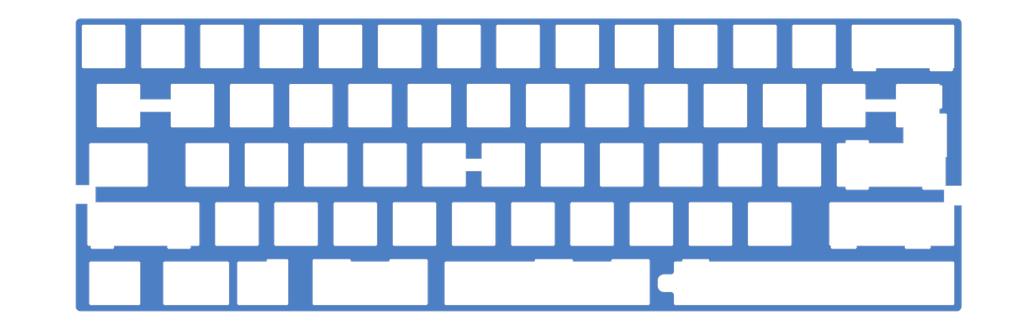
<source format=kicad_pcb>
(kicad_pcb (version 20171130) (host pcbnew "(5.1.10)-1")
  (layers (0 F.Cu signal) (31 B.Cu signal) (34 B.Paste user) (35 F.Paste user) (36 B.SilkS user) (37 F.SilkS user) (38 B.Mask user hide) (39 F.Mask user hide) (44 Edge.Cuts user))
  (net 0 "")
  (module MX_Only_v4:sanpjxlogo (layer F.Cu) (at 31.849299 79.176762)
    (fp_text reference G*** hide)
    (fp_text value LOGO hide)
  )
  (gr_arc (start 71.7917 65.761726) (end 71.2917 65.761726) (angle -90) (layer Edge.Cuts) (width 0.000001))
  (gr_arc (start 84.7917 65.761726) (end 84.7917 66.261726) (angle -90) (layer Edge.Cuts) (width 0.000001))
  (gr_arc (start 71.7917 52.761726) (end 71.7917 52.261726) (angle -90) (layer Edge.Cuts) (width 0.000001))
  (gr_line (start 71.2917 65.761726) (end 71.2917 52.761726) (layer Edge.Cuts) (width 0.000001))
  (gr_line (start 84.7917 66.261726) (end 71.7917 66.261726) (layer Edge.Cuts) (width 0.000001))
  (gr_line (start 85.2917 52.761726) (end 85.2917 65.761726) (layer Edge.Cuts) (width 0.000001))
  (gr_arc (start 84.7917 52.761726) (end 85.2917 52.761726) (angle -90) (layer Edge.Cuts) (width 0.000001))
  (gr_line (start 71.7917 52.261726) (end 84.7917 52.261726) (layer Edge.Cuts) (width 0.000001))
  (gr_line (start 25.260508 85.311734) (end 8.997908 85.311995) (layer Edge.Cuts) (width 0))
  (gr_arc (start 25.2605 84.811734) (end 25.260508 85.311734) (angle -89.99908327) (layer Edge.Cuts) (width 0))
  (gr_line (start 25.760501 71.811735) (end 25.760501 84.811734) (layer Edge.Cuts) (width 0))
  (gr_arc (start 25.2605 71.811735) (end 25.760501 71.811735) (angle -90.00091673) (layer Edge.Cuts) (width 0))
  (gr_line (start 7.497892 71.312018) (end 25.260492 71.311735) (layer Edge.Cuts) (width 0))
  (gr_arc (start 7.4979 71.812019) (end 7.497892 71.312018) (angle -89.99896868) (layer Edge.Cuts) (width 0))
  (gr_line (start 6.9979 84.812018) (end 6.9979 71.812018) (layer Edge.Cuts) (width 0))
  (gr_line (start 2.6167 84.812018) (end 6.9979 84.812018) (layer Edge.Cuts) (width 0))
  (gr_line (start 2.6167 32.711726) (end 2.6167 84.812018) (layer Edge.Cuts) (width 0))
  (gr_arc (start 4.1167 32.711726) (end 4.116701 31.211726) (angle -90) (layer Edge.Cuts) (width 0))
  (gr_line (start 286.154729 31.211726) (end 4.116701 31.211726) (layer Edge.Cuts) (width 0))
  (gr_arc (start 286.154729 32.711726) (end 287.654729 32.711726) (angle -90) (layer Edge.Cuts) (width 0))
  (gr_line (start 287.654729 85.012426) (end 287.654729 32.711726) (layer Edge.Cuts) (width 0))
  (gr_line (start 282.510699 85.012426) (end 287.654729 85.012426) (layer Edge.Cuts) (width 0))
  (gr_line (start 282.510699 75.787726) (end 282.510699 85.012426) (layer Edge.Cuts) (width 0))
  (gr_line (start 282.936699 75.787726) (end 282.510699 75.787726) (layer Edge.Cuts) (width 0))
  (gr_line (start 282.936699 62.287726) (end 282.936699 75.787726) (layer Edge.Cuts) (width 0))
  (gr_arc (start 282.436699 62.287726) (end 282.936699 62.287726) (angle -90) (layer Edge.Cuts) (width 0))
  (gr_line (start 280.553699 61.787726) (end 282.436699 61.787726) (layer Edge.Cuts) (width 0))
  (gr_line (start 280.553699 60.212326) (end 280.553699 61.787726) (layer Edge.Cuts) (width 0))
  (gr_line (start 280.966699 60.212326) (end 280.553699 60.212326) (layer Edge.Cuts) (width 0))
  (gr_arc (start 280.966699 59.712326) (end 280.966699 60.212326) (angle -90) (layer Edge.Cuts) (width 0))
  (gr_line (start 281.466699 53.187326) (end 281.466699 59.712326) (layer Edge.Cuts) (width 0))
  (gr_arc (start 280.966699 53.187326) (end 281.466699 53.187326) (angle -90) (layer Edge.Cuts) (width 0))
  (gr_line (start 280.553699 52.687326) (end 280.966699 52.687326) (layer Edge.Cuts) (width 0))
  (gr_line (start 280.553699 52.261726) (end 280.553699 52.687326) (layer Edge.Cuts) (width 0))
  (gr_line (start 267.053699 52.261726) (end 280.553699 52.261726) (layer Edge.Cuts) (width 0))
  (gr_arc (start 267.053699 52.761726) (end 267.053699 52.261726) (angle -90) (layer Edge.Cuts) (width 0))
  (gr_line (start 266.553699 57.261426) (end 266.553699 52.761726) (layer Edge.Cuts) (width 0))
  (gr_line (start 256.741699 57.261426) (end 266.553699 57.261426) (layer Edge.Cuts) (width 0))
  (gr_line (start 256.741699 52.761726) (end 256.741699 57.261426) (layer Edge.Cuts) (width 0))
  (gr_arc (start 256.241699 52.761726) (end 256.741699 52.761726) (angle -90) (layer Edge.Cuts) (width 0))
  (gr_line (start 243.241698 52.261726) (end 256.241699 52.261726) (layer Edge.Cuts) (width 0))
  (gr_arc (start 243.241698 52.761726) (end 243.241698 52.261726) (angle -90) (layer Edge.Cuts) (width 0))
  (gr_line (start 242.741697 65.761726) (end 242.741699 52.761726) (layer Edge.Cuts) (width 0))
  (gr_arc (start 243.241697 65.761726) (end 242.741697 65.761726) (angle -90) (layer Edge.Cuts) (width 0))
  (gr_line (start 256.241699 66.261726) (end 243.241697 66.261726) (layer Edge.Cuts) (width 0))
  (gr_arc (start 256.241699 65.761726) (end 256.241699 66.261726) (angle -90) (layer Edge.Cuts) (width 0))
  (gr_line (start 256.741699 61.261426) (end 256.741699 65.761726) (layer Edge.Cuts) (width 0))
  (gr_line (start 266.553699 61.261426) (end 256.741699 61.261426) (layer Edge.Cuts) (width 0))
  (gr_line (start 266.553699 65.761726) (end 266.553699 61.261426) (layer Edge.Cuts) (width 0))
  (gr_arc (start 267.053699 65.761726) (end 266.553699 65.761726) (angle -90) (layer Edge.Cuts) (width 0))
  (gr_line (start 268.936699 66.261726) (end 267.053699 66.261726) (layer Edge.Cuts) (width 0))
  (gr_line (start 268.936699 71.311727) (end 268.936699 66.261726) (layer Edge.Cuts) (width 0))
  (gr_line (start 257.835699 71.312244) (end 268.936699 71.311727) (layer Edge.Cuts) (width 0))
  (gr_line (start 257.835699 70.843726) (end 257.835699 71.312244) (layer Edge.Cuts) (width 0))
  (gr_arc (start 257.335699 70.843726) (end 257.835699 70.843726) (angle -90) (layer Edge.Cuts) (width 0))
  (gr_line (start 250.810699 70.343726) (end 257.335699 70.343726) (layer Edge.Cuts) (width 0))
  (gr_arc (start 250.810699 70.843727) (end 250.810699 70.343726) (angle -90) (layer Edge.Cuts) (width 0))
  (gr_line (start 250.310699 71.312595) (end 250.310698 70.843727) (layer Edge.Cuts) (width 0))
  (gr_line (start 248.005676 71.312703) (end 250.310699 71.312595) (layer Edge.Cuts) (width 0))
  (gr_arc (start 248.005698 71.812703) (end 248.005676 71.312703) (angle -89.9973265) (layer Edge.Cuts) (width 0))
  (gr_line (start 247.505699 84.812726) (end 247.505697 71.812702) (layer Edge.Cuts) (width 0))
  (gr_arc (start 248.005699 84.812726) (end 247.505699 84.812726) (angle -90) (layer Edge.Cuts) (width 0))
  (gr_line (start 250.310699 85.312726) (end 248.005699 85.312726) (layer Edge.Cuts) (width 0))
  (gr_line (start 250.310699 85.781726) (end 250.310699 85.312726) (layer Edge.Cuts) (width 0))
  (gr_arc (start 250.810699 85.781726) (end 250.310699 85.781726) (angle -90) (layer Edge.Cuts) (width 0))
  (gr_line (start 257.335699 86.281726) (end 250.810699 86.281726) (layer Edge.Cuts) (width 0))
  (gr_arc (start 257.335699 85.781726) (end 257.335699 86.281726) (angle -90) (layer Edge.Cuts) (width 0))
  (gr_line (start 257.835699 85.312726) (end 257.835699 85.781726) (layer Edge.Cuts) (width 0))
  (gr_line (start 274.985699 85.312726) (end 257.835699 85.312726) (layer Edge.Cuts) (width 0))
  (gr_line (start 274.985699 85.781726) (end 274.985699 85.312726) (layer Edge.Cuts) (width 0))
  (gr_arc (start 275.485699 85.781726) (end 274.985699 85.781726) (angle -90) (layer Edge.Cuts) (width 0))
  (gr_line (start 282.010699 86.281726) (end 275.485699 86.281726) (layer Edge.Cuts) (width 0))
  (gr_line (start 282.010699 90.361726) (end 282.010699 86.281726) (layer Edge.Cuts) (width 0))
  (gr_line (start 245.622698 90.361726) (end 282.010699 90.361726) (layer Edge.Cuts) (width 0))
  (gr_arc (start 245.622698 90.861726) (end 245.622698 90.361726) (angle -90) (layer Edge.Cuts) (width 0))
  (gr_line (start 245.122698 103.861726) (end 245.122699 90.861726) (layer Edge.Cuts) (width 0))
  (gr_arc (start 245.622698 103.861726) (end 245.122698 103.861726) (angle -88.40169757) (layer Edge.Cuts) (width 0))
  (gr_line (start 245.603948 104.826558) (end 245.608752 104.361531) (layer Edge.Cuts) (width 0))
  (gr_arc (start 246.103922 104.831725) (end 245.603948 104.826559) (angle -90.5919909) (layer Edge.Cuts) (width 0))
  (gr_line (start 253.397729 105.331725) (end 246.103922 105.331724) (layer Edge.Cuts) (width 0))
  (gr_arc (start 253.397729 104.831725) (end 253.397729 105.331725) (angle -90) (layer Edge.Cuts) (width 0))
  (gr_line (start 253.897729 104.361725) (end 253.897729 104.831725) (layer Edge.Cuts) (width 0))
  (gr_line (start 258.622699 104.361725) (end 253.897729 104.361725) (layer Edge.Cuts) (width 0))
  (gr_line (start 269.39873 104.361725) (end 258.622699 104.361725) (layer Edge.Cuts) (width 0))
  (gr_line (start 269.39873 104.831724) (end 269.39873 104.361725) (layer Edge.Cuts) (width 0))
  (gr_arc (start 269.89873 104.831725) (end 269.39873 104.831724) (angle -90.00011459) (layer Edge.Cuts) (width 0))
  (gr_line (start 277.197729 105.331725) (end 269.89873 105.331724) (layer Edge.Cuts) (width 0))
  (gr_arc (start 277.197729 104.831724) (end 277.197729 105.331725) (angle -90) (layer Edge.Cuts) (width 0))
  (gr_line (start 277.697729 104.361725) (end 277.697729 104.831724) (layer Edge.Cuts) (width 0))
  (gr_line (start 284.816699 104.361725) (end 277.697729 104.361725) (layer Edge.Cuts) (width 0))
  (gr_arc (start 284.816699 103.861726) (end 284.816699 104.361725) (angle -90) (layer Edge.Cuts) (width 0))
  (gr_line (start 285.316698 91.361426) (end 285.316698 103.861726) (layer Edge.Cuts) (width 0))
  (gr_line (start 287.654729 91.361426) (end 285.316698 91.361426) (layer Edge.Cuts) (width 0))
  (gr_line (start 287.654728 123.911725) (end 287.654729 91.361426) (layer Edge.Cuts) (width 0))
  (gr_arc (start 286.154729 123.911725) (end 286.154729 125.411725) (angle -90) (layer Edge.Cuts) (width 0))
  (gr_line (start 4.1167 125.411725) (end 286.154729 125.411725) (layer Edge.Cuts) (width 0))
  (gr_arc (start 4.1167 123.911725) (end 2.6167 123.911725) (angle -90) (layer Edge.Cuts) (width 0))
  (gr_line (start 2.6167 90.861726) (end 2.6167 123.911725) (layer Edge.Cuts) (width 0))
  (gr_line (start 6.3787 90.861726) (end 2.6167 90.861726) (layer Edge.Cuts) (width 0))
  (gr_line (start 6.378701 103.861727) (end 6.3787 90.861726) (layer Edge.Cuts) (width 0))
  (gr_arc (start 6.8787 103.861726) (end 6.378701 103.861726) (angle -89.99988541) (layer Edge.Cuts) (width 0))
  (gr_line (start 7.4227 104.361725) (end 6.8787 104.361726) (layer Edge.Cuts) (width 0))
  (gr_line (start 7.4227 104.831725) (end 7.4227 104.361725) (layer Edge.Cuts) (width 0))
  (gr_arc (start 7.9227 104.831725) (end 7.4227 104.831725) (angle -90) (layer Edge.Cuts) (width 0))
  (gr_line (start 14.4477 105.331725) (end 7.9227 105.331725) (layer Edge.Cuts) (width 0))
  (gr_arc (start 14.4477 104.831725) (end 14.4477 105.331725) (angle -90) (layer Edge.Cuts) (width 0))
  (gr_line (start 14.9477 104.361725) (end 14.9477 104.831725) (layer Edge.Cuts) (width 0))
  (gr_line (start 32.0977 104.361725) (end 14.9477 104.361725) (layer Edge.Cuts) (width 0))
  (gr_line (start 32.0977 104.831725) (end 32.0977 104.361725) (layer Edge.Cuts) (width 0))
  (gr_arc (start 32.5977 104.831725) (end 32.0977 104.831725) (angle -90) (layer Edge.Cuts) (width 0))
  (gr_line (start 39.1227 105.331725) (end 32.5977 105.331725) (layer Edge.Cuts) (width 0))
  (gr_arc (start 39.1227 104.831725) (end 39.1227 105.331725) (angle -90) (layer Edge.Cuts) (width 0))
  (gr_line (start 39.6227 104.361725) (end 39.6227 104.831725) (layer Edge.Cuts) (width 0))
  (gr_line (start 41.9287 104.361724) (end 39.6227 104.361725) (layer Edge.Cuts) (width 0))
  (gr_arc (start 41.9287 103.861726) (end 41.9287 104.361724) (angle -90) (layer Edge.Cuts) (width 0))
  (gr_line (start 42.4287 90.861727) (end 42.428698 103.861726) (layer Edge.Cuts) (width 0))
  (gr_arc (start 41.9287 90.861726) (end 42.4287 90.861726) (angle -90) (layer Edge.Cuts) (width 0))
  (gr_line (start 8.997908 90.361726) (end 41.9287 90.361726) (layer Edge.Cuts) (width 0))
  (gr_line (start 8.997908 85.311995) (end 8.997908 90.361726) (layer Edge.Cuts) (width 0))
  (gr_line (start 52.2417 65.761726) (end 52.2417 52.761726) (layer Edge.Cuts) (width 0))
  (gr_arc (start 52.7417 65.761726) (end 52.2417 65.761726) (angle -90) (layer Edge.Cuts) (width 0))
  (gr_line (start 65.7417 66.261726) (end 52.7417 66.261726) (layer Edge.Cuts) (width 0))
  (gr_arc (start 65.7417 65.761726) (end 65.7417 66.261726) (angle -90) (layer Edge.Cuts) (width 0))
  (gr_line (start 66.2417 52.761726) (end 66.2417 65.761726) (layer Edge.Cuts) (width 0))
  (gr_arc (start 65.7417 52.761726) (end 66.2417 52.761726) (angle -90) (layer Edge.Cuts) (width 0))
  (gr_line (start 52.7417 52.261726) (end 65.7417 52.261726) (layer Edge.Cuts) (width 0))
  (gr_arc (start 52.7417 52.761726) (end 52.7417 52.261726) (angle -90) (layer Edge.Cuts) (width 0))
  (gr_arc (start 57.5047 84.811726) (end 57.0047 84.811726) (angle -90) (layer Edge.Cuts) (width 0))
  (gr_line (start 57.0047 71.811727) (end 57.0047 84.811726) (layer Edge.Cuts) (width 0))
  (gr_arc (start 57.5047 71.811728) (end 57.5047 71.311727) (angle -90) (layer Edge.Cuts) (width 0))
  (gr_line (start 70.5047 71.311727) (end 57.5047 71.311727) (layer Edge.Cuts) (width 0))
  (gr_arc (start 70.5047 71.811727) (end 71.0047 71.811727) (angle -90) (layer Edge.Cuts) (width 0))
  (gr_line (start 71.0047 84.811726) (end 71.0047 71.811727) (layer Edge.Cuts) (width 0))
  (gr_arc (start 70.5047 84.811726) (end 70.5047 85.311726) (angle -90) (layer Edge.Cuts) (width 0))
  (gr_line (start 57.5047 85.311726) (end 70.5047 85.311726) (layer Edge.Cuts) (width 0))
  (gr_line (start 95.604701 71.311727) (end 108.6047 71.311727) (layer Edge.Cuts) (width 0))
  (gr_arc (start 95.604701 71.811727) (end 95.604701 71.311727) (angle -90) (layer Edge.Cuts) (width 0))
  (gr_line (start 95.1047 84.811726) (end 95.104701 71.811727) (layer Edge.Cuts) (width 0))
  (gr_arc (start 95.604701 84.811726) (end 95.1047 84.811726) (angle -90) (layer Edge.Cuts) (width 0))
  (gr_line (start 108.6047 85.311726) (end 95.604701 85.311727) (layer Edge.Cuts) (width 0))
  (gr_arc (start 108.6047 84.811726) (end 108.6047 85.311726) (angle -90) (layer Edge.Cuts) (width 0))
  (gr_line (start 109.1047 71.811727) (end 109.1047 84.811726) (layer Edge.Cuts) (width 0))
  (gr_arc (start 108.6047 71.811727) (end 109.1047 71.811727) (angle -90) (layer Edge.Cuts) (width 0))
  (gr_line (start 90.0547 71.811727) (end 90.0547 84.811726) (layer Edge.Cuts) (width 0))
  (gr_arc (start 89.5547 71.811727) (end 90.0547 71.811727) (angle -90) (layer Edge.Cuts) (width 0))
  (gr_line (start 76.5547 71.311727) (end 89.5547 71.311727) (layer Edge.Cuts) (width 0))
  (gr_arc (start 76.5547 71.811727) (end 76.5547 71.311727) (angle -90) (layer Edge.Cuts) (width 0))
  (gr_line (start 76.0547 84.811726) (end 76.0547 71.811727) (layer Edge.Cuts) (width 0))
  (gr_arc (start 76.5547 84.811726) (end 76.0547 84.811726) (angle -90) (layer Edge.Cuts) (width 0))
  (gr_line (start 89.5547 85.311726) (end 76.5547 85.311726) (layer Edge.Cuts) (width 0))
  (gr_arc (start 89.5547 84.811726) (end 89.5547 85.311726) (angle -90) (layer Edge.Cuts) (width 0))
  (gr_line (start 104.3417 52.761726) (end 104.3417 65.761726) (layer Edge.Cuts) (width 0))
  (gr_arc (start 103.8417 52.761726) (end 104.3417 52.761726) (angle -90) (layer Edge.Cuts) (width 0))
  (gr_line (start 90.8417 52.261726) (end 103.8417 52.261726) (layer Edge.Cuts) (width 0))
  (gr_arc (start 90.8417 52.761726) (end 90.8417 52.261726) (angle -90) (layer Edge.Cuts) (width 0))
  (gr_line (start 90.3417 65.761726) (end 90.3417 52.761726) (layer Edge.Cuts) (width 0))
  (gr_arc (start 90.8417 65.761726) (end 90.3417 65.761726) (angle -90) (layer Edge.Cuts) (width 0))
  (gr_line (start 103.8417 66.261726) (end 90.8417 66.261726) (layer Edge.Cuts) (width 0))
  (gr_arc (start 103.8417 65.761726) (end 103.8417 66.261726) (angle -90) (layer Edge.Cuts) (width 0))
  (gr_line (start 123.3917 52.761726) (end 123.3917 65.761726) (layer Edge.Cuts) (width 0))
  (gr_arc (start 122.891701 52.761726) (end 123.3917 52.761726) (angle -90.00011459) (layer Edge.Cuts) (width 0))
  (gr_line (start 109.8917 52.261726) (end 122.8917 52.261727) (layer Edge.Cuts) (width 0))
  (gr_arc (start 109.8917 52.761726) (end 109.8917 52.261726) (angle -90) (layer Edge.Cuts) (width 0))
  (gr_line (start 109.3917 65.761726) (end 109.3917 52.761726) (layer Edge.Cuts) (width 0))
  (gr_arc (start 109.8917 65.761726) (end 109.3917 65.761726) (angle -90) (layer Edge.Cuts) (width 0))
  (gr_line (start 122.8917 66.261726) (end 109.8917 66.261726) (layer Edge.Cuts) (width 0))
  (gr_arc (start 122.8917 65.761726) (end 122.8917 66.261726) (angle -90) (layer Edge.Cuts) (width 0))
  (gr_arc (start 127.6547 71.811727) (end 128.154701 71.811727) (angle -90) (layer Edge.Cuts) (width 0))
  (gr_line (start 114.6547 71.311727) (end 127.6547 71.311727) (layer Edge.Cuts) (width 0))
  (gr_arc (start 114.6547 71.811727) (end 114.6547 71.311727) (angle -90) (layer Edge.Cuts) (width 0))
  (gr_line (start 114.1547 84.811726) (end 114.1547 71.811727) (layer Edge.Cuts) (width 0))
  (gr_arc (start 114.6547 84.811726) (end 114.1547 84.811726) (angle -90) (layer Edge.Cuts) (width 0))
  (gr_line (start 127.6547 85.311726) (end 114.6547 85.311726) (layer Edge.Cuts) (width 0))
  (gr_arc (start 127.6547 84.811726) (end 127.6547 85.311726) (angle -90) (layer Edge.Cuts) (width 0))
  (gr_line (start 128.1547 80.311726) (end 128.1547 84.811726) (layer Edge.Cuts) (width 0))
  (gr_line (start 133.204699 80.311726) (end 128.1547 80.311726) (layer Edge.Cuts) (width 0))
  (gr_line (start 133.204699 84.811726) (end 133.204699 80.311726) (layer Edge.Cuts) (width 0))
  (gr_arc (start 133.704699 84.811726) (end 133.204699 84.811726) (angle -90) (layer Edge.Cuts) (width 0))
  (gr_line (start 146.704699 85.311726) (end 133.704699 85.311726) (layer Edge.Cuts) (width 0))
  (gr_arc (start 146.704699 84.811726) (end 146.704699 85.311726) (angle -90) (layer Edge.Cuts) (width 0))
  (gr_line (start 147.204699 71.811727) (end 147.204699 84.811726) (layer Edge.Cuts) (width 0))
  (gr_arc (start 146.704699 71.811727) (end 147.204699 71.811727) (angle -90) (layer Edge.Cuts) (width 0))
  (gr_line (start 133.704699 71.311727) (end 146.704699 71.311727) (layer Edge.Cuts) (width 0))
  (gr_arc (start 133.704699 71.811727) (end 133.704699 71.311727) (angle -90) (layer Edge.Cuts) (width 0))
  (gr_line (start 133.204699 76.311726) (end 133.204699 71.811727) (layer Edge.Cuts) (width 0))
  (gr_line (start 128.1547 76.311726) (end 133.204699 76.311726) (layer Edge.Cuts) (width 0))
  (gr_line (start 128.154701 71.811727) (end 128.1547 76.311726) (layer Edge.Cuts) (width 0))
  (gr_line (start 103.5357 109.411725) (end 103.5357 109.149725) (layer Edge.Cuts) (width 0))
  (gr_line (start 91.1477 109.411725) (end 103.5357 109.411725) (layer Edge.Cuts) (width 0))
  (gr_line (start 91.1477 109.149725) (end 91.1477 109.411725) (layer Edge.Cuts) (width 0))
  (gr_arc (start 90.6477 109.149724) (end 91.1477 109.149725) (angle -90) (layer Edge.Cuts) (width 0))
  (gr_line (start 79.3357 108.649725) (end 90.647701 108.649724) (layer Edge.Cuts) (width 0))
  (gr_arc (start 79.3357 109.149725) (end 79.3357 108.649725) (angle -90) (layer Edge.Cuts) (width 0))
  (gr_line (start 78.8357 122.911725) (end 78.8357 109.149725) (layer Edge.Cuts) (width 0))
  (gr_arc (start 79.3357 122.911725) (end 78.8357 122.911725) (angle -90) (layer Edge.Cuts) (width 0))
  (gr_line (start 115.347699 123.411725) (end 79.3357 123.411725) (layer Edge.Cuts) (width 0))
  (gr_arc (start 115.347699 122.911725) (end 115.347699 123.411725) (angle -90) (layer Edge.Cuts) (width 0))
  (gr_line (start 115.8477 109.149725) (end 115.847699 122.911725) (layer Edge.Cuts) (width 0))
  (gr_arc (start 115.347699 109.149725) (end 115.8477 109.149725) (angle -90) (layer Edge.Cuts) (width 0))
  (gr_line (start 104.0357 108.649725) (end 115.3477 108.649725) (layer Edge.Cuts) (width 0))
  (gr_arc (start 104.0357 109.149725) (end 104.0357 108.649725) (angle -90) (layer Edge.Cuts) (width 0))
  (gr_line (start 118.1287 104.361725) (end 105.1287 104.361725) (layer Edge.Cuts) (width 0))
  (gr_arc (start 118.1287 103.861726) (end 118.1287 104.361725) (angle -90) (layer Edge.Cuts) (width 0))
  (gr_line (start 118.6287 90.861726) (end 118.628699 103.861726) (layer Edge.Cuts) (width 0))
  (gr_arc (start 118.1287 90.861726) (end 118.6287 90.861726) (angle -90) (layer Edge.Cuts) (width 0))
  (gr_line (start 105.1287 90.361726) (end 118.1287 90.361726) (layer Edge.Cuts) (width 0))
  (gr_arc (start 105.1287 90.861726) (end 105.1287 90.361726) (angle -90) (layer Edge.Cuts) (width 0))
  (gr_line (start 104.628701 103.861726) (end 104.6287 90.861726) (layer Edge.Cuts) (width 0))
  (gr_arc (start 105.1287 103.861726) (end 104.628701 103.861726) (angle -90) (layer Edge.Cuts) (width 0))
  (gr_line (start 66.5287 103.861726) (end 66.5287 90.861726) (layer Edge.Cuts) (width 0))
  (gr_arc (start 67.0287 103.861726) (end 66.5287 103.861726) (angle -90) (layer Edge.Cuts) (width 0))
  (gr_line (start 80.0287 104.361725) (end 67.0287 104.361725) (layer Edge.Cuts) (width 0))
  (gr_arc (start 80.0287 103.861726) (end 80.0287 104.361725) (angle -90) (layer Edge.Cuts) (width 0))
  (gr_line (start 80.5287 90.861726) (end 80.5287 103.861726) (layer Edge.Cuts) (width 0))
  (gr_arc (start 80.0287 90.861726) (end 80.5287 90.861726) (angle -90) (layer Edge.Cuts) (width 0))
  (gr_line (start 67.0287 90.361726) (end 80.0287 90.361726) (layer Edge.Cuts) (width 0))
  (gr_arc (start 67.0287 90.861726) (end 67.0287 90.361726) (angle -90) (layer Edge.Cuts) (width 0))
  (gr_line (start 85.5787 103.861726) (end 85.5787 90.861726) (layer Edge.Cuts) (width 0))
  (gr_arc (start 86.0787 103.861726) (end 85.5787 103.861726) (angle -90) (layer Edge.Cuts) (width 0))
  (gr_line (start 99.0787 104.361725) (end 86.0787 104.361725) (layer Edge.Cuts) (width 0))
  (gr_arc (start 99.0787 103.861726) (end 99.0787 104.361725) (angle -90) (layer Edge.Cuts) (width 0))
  (gr_line (start 99.5787 90.861726) (end 99.5787 103.861726) (layer Edge.Cuts) (width 0))
  (gr_arc (start 99.0787 90.861726) (end 99.5787 90.861726) (angle -90) (layer Edge.Cuts) (width 0))
  (gr_line (start 86.0787 90.361726) (end 99.0787 90.361726) (layer Edge.Cuts) (width 0))
  (gr_arc (start 86.0787 90.861726) (end 86.0787 90.361726) (angle -90) (layer Edge.Cuts) (width 0))
  (gr_line (start 186.784699 123.411725) (end 121.7977 123.411725) (layer Edge.Cuts) (width 0))
  (gr_arc (start 186.784699 122.911725) (end 186.784699 123.411724) (angle -90) (layer Edge.Cuts) (width 0))
  (gr_line (start 187.284699 109.149725) (end 187.284699 122.911725) (layer Edge.Cuts) (width 0))
  (gr_arc (start 186.784699 109.149724) (end 187.284699 109.149724) (angle -90.00011459) (layer Edge.Cuts) (width 0))
  (gr_line (start 175.472699 108.649725) (end 186.784699 108.649724) (layer Edge.Cuts) (width 0))
  (gr_arc (start 175.472699 109.149725) (end 175.472699 108.649725) (angle -90) (layer Edge.Cuts) (width 0))
  (gr_line (start 174.972699 109.411725) (end 174.972699 109.149725) (layer Edge.Cuts) (width 0))
  (gr_line (start 162.584699 109.411725) (end 174.972699 109.411725) (layer Edge.Cuts) (width 0))
  (gr_line (start 162.584699 109.149725) (end 162.584699 109.411725) (layer Edge.Cuts) (width 0))
  (gr_arc (start 162.084699 109.149725) (end 162.584699 109.149725) (angle -90) (layer Edge.Cuts) (width 0))
  (gr_line (start 150.772699 108.649725) (end 162.084699 108.649725) (layer Edge.Cuts) (width 0))
  (gr_arc (start 150.772699 109.149724) (end 150.772699 108.649725) (angle -90.00011459) (layer Edge.Cuts) (width 0))
  (gr_line (start 150.272699 109.411725) (end 150.272699 109.149724) (layer Edge.Cuts) (width 0))
  (gr_line (start 121.7977 109.411725) (end 150.272699 109.411725) (layer Edge.Cuts) (width 0))
  (gr_arc (start 121.7977 109.911725) (end 121.7977 109.411725) (angle -90) (layer Edge.Cuts) (width 0))
  (gr_line (start 121.2977 122.911725) (end 121.2977 109.911725) (layer Edge.Cuts) (width 0))
  (gr_arc (start 121.7977 122.911725) (end 121.297699 122.911725) (angle -90) (layer Edge.Cuts) (width 0))
  (gr_line (start 156.728699 90.861726) (end 156.728697 103.861727) (layer Edge.Cuts) (width 0))
  (gr_arc (start 156.228699 90.861727) (end 156.728699 90.861726) (angle -90) (layer Edge.Cuts) (width 0))
  (gr_line (start 143.228699 90.361726) (end 156.228699 90.361727) (layer Edge.Cuts) (width 0))
  (gr_arc (start 143.228699 90.861726) (end 143.228699 90.361726) (angle -90) (layer Edge.Cuts) (width 0))
  (gr_line (start 142.728699 103.861727) (end 142.728699 90.861726) (layer Edge.Cuts) (width 0))
  (gr_arc (start 143.228699 103.861726) (end 142.728699 103.861727) (angle -90) (layer Edge.Cuts) (width 0))
  (gr_line (start 156.228699 104.361725) (end 143.228699 104.361726) (layer Edge.Cuts) (width 0))
  (gr_arc (start 156.228699 103.861727) (end 156.228699 104.361725) (angle -90) (layer Edge.Cuts) (width 0))
  (gr_line (start 123.6787 103.861726) (end 123.678701 90.861726) (layer Edge.Cuts) (width 0))
  (gr_arc (start 124.178701 103.861726) (end 123.6787 103.861726) (angle -90) (layer Edge.Cuts) (width 0))
  (gr_line (start 137.178699 104.361725) (end 124.178701 104.361725) (layer Edge.Cuts) (width 0))
  (gr_arc (start 137.178699 103.861726) (end 137.178699 104.361725) (angle -90) (layer Edge.Cuts) (width 0))
  (gr_line (start 137.678698 90.861726) (end 137.678698 103.861726) (layer Edge.Cuts) (width 0))
  (gr_arc (start 137.178699 90.861726) (end 137.678698 90.861726) (angle -90) (layer Edge.Cuts) (width 0))
  (gr_line (start 124.178701 90.361726) (end 137.178699 90.361726) (layer Edge.Cuts) (width 0))
  (gr_arc (start 124.178701 90.861726) (end 124.178701 90.361726) (angle -90) (layer Edge.Cuts) (width 0))
  (gr_arc (start 175.278699 90.861726) (end 175.778699 90.861726) (angle -90) (layer Edge.Cuts) (width 0))
  (gr_line (start 175.778697 103.861727) (end 175.778699 90.861726) (layer Edge.Cuts) (width 0))
  (gr_arc (start 175.278699 103.861726) (end 175.278699 104.361725) (angle -90) (layer Edge.Cuts) (width 0))
  (gr_line (start 162.278698 104.361726) (end 175.278699 104.361725) (layer Edge.Cuts) (width 0))
  (gr_arc (start 162.278698 103.861726) (end 161.778698 103.861726) (angle -90) (layer Edge.Cuts) (width 0))
  (gr_line (start 161.778698 90.861726) (end 161.778698 103.861726) (layer Edge.Cuts) (width 0))
  (gr_arc (start 162.278698 90.861726) (end 162.278698 90.361726) (angle -90) (layer Edge.Cuts) (width 0))
  (gr_line (start 175.278699 90.361726) (end 162.278698 90.361726) (layer Edge.Cuts) (width 0))
  (gr_line (start 194.328699 104.361725) (end 181.328699 104.361726) (layer Edge.Cuts) (width 0))
  (gr_arc (start 194.328699 103.861726) (end 194.328699 104.361725) (angle -90) (layer Edge.Cuts) (width 0))
  (gr_line (start 194.828699 90.861726) (end 194.828698 103.861726) (layer Edge.Cuts) (width 0))
  (gr_arc (start 194.328699 90.861726) (end 194.828699 90.861726) (angle -90) (layer Edge.Cuts) (width 0))
  (gr_line (start 181.328699 90.361726) (end 194.328698 90.361727) (layer Edge.Cuts) (width 0))
  (gr_arc (start 181.328699 90.861726) (end 181.328699 90.361726) (angle -90) (layer Edge.Cuts) (width 0))
  (gr_line (start 180.828699 103.861726) (end 180.828699 90.861726) (layer Edge.Cuts) (width 0))
  (gr_arc (start 181.328699 103.861726) (end 180.828699 103.861726) (angle -90) (layer Edge.Cuts) (width 0))
  (gr_line (start 213.378699 104.361725) (end 200.378699 104.361726) (layer Edge.Cuts) (width 0))
  (gr_arc (start 213.378699 103.861726) (end 213.378699 104.361725) (angle -90) (layer Edge.Cuts) (width 0))
  (gr_line (start 213.878699 90.861726) (end 213.878697 103.861725) (layer Edge.Cuts) (width 0))
  (gr_arc (start 213.378699 90.861726) (end 213.878699 90.861726) (angle -90) (layer Edge.Cuts) (width 0))
  (gr_line (start 200.378699 90.361726) (end 213.378699 90.361726) (layer Edge.Cuts) (width 0))
  (gr_arc (start 200.378699 90.861726) (end 200.378699 90.361726) (angle -90) (layer Edge.Cuts) (width 0))
  (gr_line (start 199.878699 103.861726) (end 199.878699 90.861726) (layer Edge.Cuts) (width 0))
  (gr_arc (start 200.378699 103.861726) (end 199.878699 103.861726) (angle -90) (layer Edge.Cuts) (width 0))
  (gr_arc (start 194.115729 120.213679) (end 195.115729 120.213679) (angle -90) (layer Edge.Cuts) (width 0))
  (gr_line (start 195.115728 122.911375) (end 195.115729 120.213679) (layer Edge.Cuts) (width 0))
  (gr_arc (start 195.615729 122.911375) (end 195.115728 122.911375) (angle -70.25175954) (layer Edge.Cuts) (width 0))
  (gr_arc (start 195.616699 122.911724) (end 195.446784 123.381968) (angle -19.86639089) (layer Edge.Cuts) (width 0))
  (gr_line (start 284.816699 123.411725) (end 195.616699 123.411724) (layer Edge.Cuts) (width 0))
  (gr_arc (start 284.816699 122.911725) (end 284.816699 123.411724) (angle -90) (layer Edge.Cuts) (width 0))
  (gr_line (start 285.316699 109.911725) (end 285.316699 122.911725) (layer Edge.Cuts) (width 0))
  (gr_arc (start 284.816699 109.911725) (end 285.316699 109.911725) (angle -90) (layer Edge.Cuts) (width 0))
  (gr_line (start 206.489729 109.411725) (end 284.816699 109.411725) (layer Edge.Cuts) (width 0))
  (gr_line (start 206.489729 109.149725) (end 206.489729 109.411725) (layer Edge.Cuts) (width 0))
  (gr_arc (start 205.989729 109.149725) (end 206.489729 109.149725) (angle -90) (layer Edge.Cuts) (width 0))
  (gr_line (start 198.239729 108.649725) (end 205.989729 108.649725) (layer Edge.Cuts) (width 0))
  (gr_arc (start 198.239729 109.149725) (end 198.239729 108.649725) (angle -90) (layer Edge.Cuts) (width 0))
  (gr_line (start 197.739729 109.411725) (end 197.739729 109.149725) (layer Edge.Cuts) (width 0))
  (gr_line (start 195.616699 109.411725) (end 197.739729 109.411725) (layer Edge.Cuts) (width 0))
  (gr_arc (start 195.616699 109.911725) (end 195.616699 109.411725) (angle -6.006338903) (layer Edge.Cuts) (width 0))
  (gr_arc (start 195.615729 109.911825) (end 195.564379 109.414468) (angle -84.10537743) (layer Edge.Cuts) (width 0))
  (gr_line (start 195.115729 112.560104) (end 195.115729 109.911824) (layer Edge.Cuts) (width 0))
  (gr_arc (start 194.115729 112.560104) (end 194.115729 113.560104) (angle -90) (layer Edge.Cuts) (width 0))
  (gr_line (start 191.895752 113.560104) (end 194.115729 113.560104) (layer Edge.Cuts) (width 0))
  (gr_arc (start 191.895752 115.560104) (end 191.895752 113.560104) (angle -90) (layer Edge.Cuts) (width 0))
  (gr_line (start 189.895752 117.213679) (end 189.895752 115.560104) (layer Edge.Cuts) (width 0))
  (gr_arc (start 191.895752 117.213679) (end 189.895752 117.213679) (angle -90) (layer Edge.Cuts) (width 0))
  (gr_line (start 194.115729 119.213679) (end 191.895752 119.213679) (layer Edge.Cuts) (width 0))
  (gr_line (start 219.428699 90.361726) (end 232.428699 90.361726) (layer Edge.Cuts) (width 0))
  (gr_arc (start 219.428699 90.861726) (end 219.428699 90.361726) (angle -90) (layer Edge.Cuts) (width 0))
  (gr_line (start 218.928699 103.861726) (end 218.928699 90.861726) (layer Edge.Cuts) (width 0))
  (gr_arc (start 219.428699 103.861726) (end 218.928699 103.861726) (angle -90) (layer Edge.Cuts) (width 0))
  (gr_line (start 232.428699 104.361725) (end 219.428699 104.361725) (layer Edge.Cuts) (width 0))
  (gr_arc (start 232.428699 103.861726) (end 232.428699 104.361725) (angle -90) (layer Edge.Cuts) (width 0))
  (gr_line (start 232.928699 90.861726) (end 232.928698 103.861726) (layer Edge.Cuts) (width 0))
  (gr_arc (start 232.428699 90.861726) (end 232.928699 90.861726) (angle -90) (layer Edge.Cuts) (width 0))
  (gr_line (start 147.491699 65.761726) (end 147.491697 52.761726) (layer Edge.Cuts) (width 0))
  (gr_arc (start 147.991699 65.761726) (end 147.491699 65.761726) (angle -90) (layer Edge.Cuts) (width 0))
  (gr_line (start 160.991699 66.261726) (end 147.991699 66.261726) (layer Edge.Cuts) (width 0))
  (gr_arc (start 160.991699 65.761726) (end 160.991699 66.261726) (angle -90) (layer Edge.Cuts) (width 0))
  (gr_line (start 161.491699 52.761726) (end 161.491699 65.761726) (layer Edge.Cuts) (width 0))
  (gr_arc (start 160.991699 52.761726) (end 161.491699 52.761726) (angle -90) (layer Edge.Cuts) (width 0))
  (gr_line (start 147.991699 52.261726) (end 160.991699 52.261726) (layer Edge.Cuts) (width 0))
  (gr_arc (start 147.991698 52.761726) (end 147.991699 52.261726) (angle -90.00011459) (layer Edge.Cuts) (width 0))
  (gr_line (start 167.041699 52.261726) (end 180.041699 52.261726) (layer Edge.Cuts) (width 0))
  (gr_arc (start 167.041699 52.761726) (end 167.041699 52.261726) (angle -90) (layer Edge.Cuts) (width 0))
  (gr_line (start 166.541699 65.761726) (end 166.541699 52.761726) (layer Edge.Cuts) (width 0))
  (gr_arc (start 167.041699 65.761726) (end 166.541699 65.761726) (angle -90) (layer Edge.Cuts) (width 0))
  (gr_line (start 180.041699 66.261726) (end 167.041699 66.261726) (layer Edge.Cuts) (width 0))
  (gr_arc (start 180.041699 65.761726) (end 180.041699 66.261726) (angle -90) (layer Edge.Cuts) (width 0))
  (gr_line (start 180.541699 52.761726) (end 180.541699 65.761726) (layer Edge.Cuts) (width 0))
  (gr_arc (start 180.041699 52.761726) (end 180.541699 52.761726) (angle -90) (layer Edge.Cuts) (width 0))
  (gr_line (start 166.254699 71.811727) (end 166.254699 84.811726) (layer Edge.Cuts) (width 0))
  (gr_arc (start 165.754699 71.811727) (end 166.254699 71.811727) (angle -90) (layer Edge.Cuts) (width 0))
  (gr_line (start 152.754699 71.311727) (end 165.754699 71.311727) (layer Edge.Cuts) (width 0))
  (gr_arc (start 152.754699 71.811727) (end 152.754699 71.311727) (angle -90) (layer Edge.Cuts) (width 0))
  (gr_line (start 152.254699 84.811726) (end 152.254699 71.811727) (layer Edge.Cuts) (width 0))
  (gr_arc (start 152.754699 84.811726) (end 152.254699 84.811726) (angle -90) (layer Edge.Cuts) (width 0))
  (gr_line (start 165.754699 85.311726) (end 152.754699 85.311726) (layer Edge.Cuts) (width 0))
  (gr_arc (start 165.754699 84.811727) (end 165.754699 85.311726) (angle -90) (layer Edge.Cuts) (width 0))
  (gr_line (start 171.304699 84.811726) (end 171.304699 71.811727) (layer Edge.Cuts) (width 0))
  (gr_arc (start 171.804699 84.811726) (end 171.304699 84.811726) (angle -90) (layer Edge.Cuts) (width 0))
  (gr_line (start 184.804699 85.311726) (end 171.804699 85.311726) (layer Edge.Cuts) (width 0))
  (gr_arc (start 184.804699 84.811727) (end 184.804699 85.311726) (angle -90.00011459) (layer Edge.Cuts) (width 0))
  (gr_line (start 185.304699 71.811727) (end 185.304698 84.811727) (layer Edge.Cuts) (width 0))
  (gr_arc (start 184.804699 71.811727) (end 185.304699 71.811727) (angle -90) (layer Edge.Cuts) (width 0))
  (gr_line (start 171.804699 71.311727) (end 184.804699 71.311727) (layer Edge.Cuts) (width 0))
  (gr_arc (start 171.804699 71.811727) (end 171.804699 71.311727) (angle -90) (layer Edge.Cuts) (width 0))
  (gr_line (start 190.354699 84.811726) (end 190.3547 71.811727) (layer Edge.Cuts) (width 0))
  (gr_arc (start 190.854699 84.811726) (end 190.354699 84.811726) (angle -90) (layer Edge.Cuts) (width 0))
  (gr_line (start 203.854699 85.311726) (end 190.854699 85.311726) (layer Edge.Cuts) (width 0))
  (gr_arc (start 203.854699 84.811726) (end 203.854699 85.311726) (angle -90) (layer Edge.Cuts) (width 0))
  (gr_line (start 204.354699 71.811727) (end 204.354699 84.811726) (layer Edge.Cuts) (width 0))
  (gr_arc (start 203.854699 71.811727) (end 204.354699 71.811727) (angle -90) (layer Edge.Cuts) (width 0))
  (gr_line (start 190.854699 71.311727) (end 203.854699 71.311727) (layer Edge.Cuts) (width 0))
  (gr_arc (start 190.854699 71.811726) (end 190.854699 71.311727) (angle -90.00011459) (layer Edge.Cuts) (width 0))
  (gr_line (start 185.591699 65.761726) (end 185.591699 52.761726) (layer Edge.Cuts) (width 0))
  (gr_arc (start 186.091699 65.761726) (end 185.591699 65.761726) (angle -90) (layer Edge.Cuts) (width 0))
  (gr_line (start 199.091699 66.261726) (end 186.091699 66.261726) (layer Edge.Cuts) (width 0))
  (gr_arc (start 199.091699 65.761726) (end 199.091699 66.261726) (angle -90) (layer Edge.Cuts) (width 0))
  (gr_line (start 199.591699 52.761726) (end 199.591699 65.761726) (layer Edge.Cuts) (width 0))
  (gr_arc (start 199.091699 52.761726) (end 199.591699 52.761726) (angle -90) (layer Edge.Cuts) (width 0))
  (gr_line (start 186.091699 52.261726) (end 199.091699 52.261726) (layer Edge.Cuts) (width 0))
  (gr_arc (start 186.091699 52.761726) (end 186.091699 52.261726) (angle -90) (layer Edge.Cuts) (width 0))
  (gr_line (start 237.191699 66.261727) (end 224.191699 66.261728) (layer Edge.Cuts) (width 0))
  (gr_arc (start 237.191699 65.761727) (end 237.191699 66.261727) (angle -90.00011459) (layer Edge.Cuts) (width 0))
  (gr_line (start 237.691699 52.761726) (end 237.691698 65.761727) (layer Edge.Cuts) (width 0))
  (gr_arc (start 237.191699 52.761726) (end 237.691699 52.761726) (angle -90) (layer Edge.Cuts) (width 0))
  (gr_line (start 224.191699 52.261726) (end 237.191699 52.261726) (layer Edge.Cuts) (width 0))
  (gr_arc (start 224.191699 52.761726) (end 224.191699 52.261726) (angle -90) (layer Edge.Cuts) (width 0))
  (gr_line (start 223.691699 65.761726) (end 223.691699 52.761726) (layer Edge.Cuts) (width 0))
  (gr_arc (start 224.191699 65.761727) (end 223.691699 65.761727) (angle -90.00011459) (layer Edge.Cuts) (width 0))
  (gr_line (start 218.141699 66.261727) (end 205.141699 66.261726) (layer Edge.Cuts) (width 0))
  (gr_arc (start 218.141698 65.761727) (end 218.141699 66.261727) (angle -90) (layer Edge.Cuts) (width 0))
  (gr_line (start 218.641699 52.761726) (end 218.641697 65.761727) (layer Edge.Cuts) (width 0))
  (gr_arc (start 218.141699 52.761726) (end 218.641699 52.761726) (angle -90) (layer Edge.Cuts) (width 0))
  (gr_line (start 205.141699 52.261726) (end 218.141699 52.261726) (layer Edge.Cuts) (width 0))
  (gr_arc (start 205.141699 52.761726) (end 205.141699 52.261726) (angle -90) (layer Edge.Cuts) (width 0))
  (gr_line (start 204.641699 65.761726) (end 204.641699 52.761726) (layer Edge.Cuts) (width 0))
  (gr_arc (start 205.141699 65.761726) (end 204.641698 65.761726) (angle -90) (layer Edge.Cuts) (width 0))
  (gr_arc (start 222.904699 71.811728) (end 223.404699 71.811727) (angle -90) (layer Edge.Cuts) (width 0))
  (gr_line (start 223.404699 84.811726) (end 223.404699 71.811727) (layer Edge.Cuts) (width 0))
  (gr_arc (start 222.904699 84.811726) (end 222.904699 85.311726) (angle -90) (layer Edge.Cuts) (width 0))
  (gr_line (start 209.904698 85.311727) (end 222.904699 85.311726) (layer Edge.Cuts) (width 0))
  (gr_arc (start 209.904699 84.811727) (end 209.404698 84.811726) (angle -90) (layer Edge.Cuts) (width 0))
  (gr_line (start 209.4047 71.811726) (end 209.404698 84.811726) (layer Edge.Cuts) (width 0))
  (gr_arc (start 209.904699 71.811726) (end 209.904699 71.311727) (angle -90) (layer Edge.Cuts) (width 0))
  (gr_line (start 222.904699 71.311727) (end 209.904699 71.311727) (layer Edge.Cuts) (width 0))
  (gr_line (start 242.454699 71.811727) (end 242.454699 84.811726) (layer Edge.Cuts) (width 0))
  (gr_arc (start 241.954699 71.811727) (end 242.454699 71.811727) (angle -90) (layer Edge.Cuts) (width 0))
  (gr_line (start 228.954699 71.311727) (end 241.954698 71.311727) (layer Edge.Cuts) (width 0))
  (gr_arc (start 228.954699 71.811727) (end 228.954699 71.311727) (angle -90) (layer Edge.Cuts) (width 0))
  (gr_line (start 228.454699 84.811726) (end 228.454699 71.811727) (layer Edge.Cuts) (width 0))
  (gr_arc (start 228.954699 84.811727) (end 228.454699 84.811727) (angle -90.00011459) (layer Edge.Cuts) (width 0))
  (gr_line (start 241.954699 85.311726) (end 228.954699 85.311727) (layer Edge.Cuts) (width 0))
  (gr_arc (start 241.954699 84.811726) (end 241.954699 85.311726) (angle -90) (layer Edge.Cuts) (width 0))
  (gr_arc (start 141.941699 65.761726) (end 141.941699 66.261726) (angle -90) (layer Edge.Cuts) (width 0))
  (gr_line (start 128.941698 66.261724) (end 141.941699 66.261726) (layer Edge.Cuts) (width 0))
  (gr_arc (start 128.941698 65.761726) (end 128.4417 65.761726) (angle -90) (layer Edge.Cuts) (width 0))
  (gr_line (start 128.441698 52.761725) (end 128.4417 65.761726) (layer Edge.Cuts) (width 0))
  (gr_arc (start 128.941698 52.761726) (end 128.941699 52.261726) (angle -90) (layer Edge.Cuts) (width 0))
  (gr_line (start 141.941699 52.261726) (end 128.941699 52.261726) (layer Edge.Cuts) (width 0))
  (gr_arc (start 141.941699 52.761726) (end 142.441699 52.761726) (angle -90) (layer Edge.Cuts) (width 0))
  (gr_line (start 142.441699 65.761726) (end 142.441699 52.761726) (layer Edge.Cuts) (width 0))
  (gr_arc (start 208.616699 46.711727) (end 208.616699 47.211726) (angle -90) (layer Edge.Cuts) (width 0))
  (gr_line (start 195.616699 47.211726) (end 208.616699 47.211726) (layer Edge.Cuts) (width 0))
  (gr_arc (start 195.616699 46.711726) (end 195.116699 46.711726) (angle -90) (layer Edge.Cuts) (width 0))
  (gr_line (start 195.116698 33.711728) (end 195.116699 46.711726) (layer Edge.Cuts) (width 0))
  (gr_arc (start 195.616699 33.711728) (end 195.616699 33.211727) (angle -90) (layer Edge.Cuts) (width 0))
  (gr_line (start 208.616699 33.211727) (end 195.616699 33.211727) (layer Edge.Cuts) (width 0))
  (gr_arc (start 208.616699 33.711726) (end 209.116699 33.711727) (angle -90) (layer Edge.Cuts) (width 0))
  (gr_line (start 209.116699 46.711726) (end 209.116699 33.711727) (layer Edge.Cuts) (width 0))
  (gr_arc (start 189.566699 46.711726) (end 189.566699 47.211726) (angle -90) (layer Edge.Cuts) (width 0))
  (gr_line (start 176.566699 47.211726) (end 189.566699 47.211726) (layer Edge.Cuts) (width 0))
  (gr_arc (start 176.566699 46.711726) (end 176.066699 46.711726) (angle -90) (layer Edge.Cuts) (width 0))
  (gr_line (start 176.066699 33.711727) (end 176.066699 46.711726) (layer Edge.Cuts) (width 0))
  (gr_arc (start 176.566699 33.711727) (end 176.566699 33.211727) (angle -90) (layer Edge.Cuts) (width 0))
  (gr_line (start 189.566699 33.211727) (end 176.566699 33.211727) (layer Edge.Cuts) (width 0))
  (gr_arc (start 189.566699 33.711727) (end 190.066699 33.711727) (angle -90) (layer Edge.Cuts) (width 0))
  (gr_line (start 190.066699 46.711726) (end 190.066699 33.711727) (layer Edge.Cuts) (width 0))
  (gr_line (start 171.016699 33.711727) (end 171.016699 46.711726) (layer Edge.Cuts) (width 0))
  (gr_arc (start 170.516699 33.711727) (end 171.016699 33.711727) (angle -90) (layer Edge.Cuts) (width 0))
  (gr_line (start 157.516699 33.211727) (end 170.516699 33.211727) (layer Edge.Cuts) (width 0))
  (gr_arc (start 157.516699 33.711727) (end 157.516699 33.211727) (angle -90) (layer Edge.Cuts) (width 0))
  (gr_line (start 157.016699 46.711726) (end 157.016699 33.711727) (layer Edge.Cuts) (width 0))
  (gr_arc (start 157.516699 46.711726) (end 157.016699 46.711726) (angle -90) (layer Edge.Cuts) (width 0))
  (gr_line (start 170.516699 47.211726) (end 157.516699 47.211726) (layer Edge.Cuts) (width 0))
  (gr_arc (start 170.516699 46.711726) (end 170.516699 47.211726) (angle -90) (layer Edge.Cuts) (width 0))
  (gr_arc (start 100.3667 33.711727) (end 100.3667 33.211727) (angle -90) (layer Edge.Cuts) (width 0))
  (gr_line (start 113.3667 33.211727) (end 100.3667 33.211727) (layer Edge.Cuts) (width 0))
  (gr_arc (start 113.3667 33.711727) (end 113.8667 33.711727) (angle -90) (layer Edge.Cuts) (width 0))
  (gr_line (start 113.866701 46.711727) (end 113.8667 33.711727) (layer Edge.Cuts) (width 0))
  (gr_arc (start 113.366701 46.711726) (end 113.3667 47.211726) (angle -90) (layer Edge.Cuts) (width 0))
  (gr_line (start 100.3667 47.211726) (end 113.3667 47.211726) (layer Edge.Cuts) (width 0))
  (gr_arc (start 100.3667 46.711726) (end 99.8667 46.711726) (angle -90) (layer Edge.Cuts) (width 0))
  (gr_line (start 99.8667 33.711727) (end 99.8667 46.711726) (layer Edge.Cuts) (width 0))
  (gr_line (start 137.966699 46.711726) (end 137.966699 33.711727) (layer Edge.Cuts) (width 0))
  (gr_arc (start 138.466698 46.711726) (end 137.966699 46.711726) (angle -90) (layer Edge.Cuts) (width 0))
  (gr_line (start 151.466699 47.211726) (end 138.466698 47.211725) (layer Edge.Cuts) (width 0))
  (gr_arc (start 151.466699 46.711726) (end 151.466699 47.211726) (angle -90) (layer Edge.Cuts) (width 0))
  (gr_line (start 151.966699 33.711727) (end 151.966699 46.711726) (layer Edge.Cuts) (width 0))
  (gr_arc (start 151.466699 33.711727) (end 151.966699 33.711727) (angle -90) (layer Edge.Cuts) (width 0))
  (gr_line (start 138.466699 33.211727) (end 151.466699 33.211727) (layer Edge.Cuts) (width 0))
  (gr_arc (start 138.466699 33.711727) (end 138.466699 33.211727) (angle -90) (layer Edge.Cuts) (width 0))
  (gr_line (start 119.4167 33.211727) (end 132.416699 33.211727) (layer Edge.Cuts) (width 0))
  (gr_arc (start 119.4167 33.711727) (end 119.4167 33.211727) (angle -90) (layer Edge.Cuts) (width 0))
  (gr_line (start 118.9167 46.711726) (end 118.9167 33.711727) (layer Edge.Cuts) (width 0))
  (gr_arc (start 119.4167 46.711726) (end 118.9167 46.711726) (angle -90) (layer Edge.Cuts) (width 0))
  (gr_line (start 132.416699 47.211726) (end 119.4167 47.211726) (layer Edge.Cuts) (width 0))
  (gr_arc (start 132.416699 46.711726) (end 132.416699 47.211726) (angle -90) (layer Edge.Cuts) (width 0))
  (gr_line (start 132.916699 33.711727) (end 132.916698 46.711726) (layer Edge.Cuts) (width 0))
  (gr_arc (start 132.416699 33.711727) (end 132.916699 33.711727) (angle -90) (layer Edge.Cuts) (width 0))
  (gr_line (start 43.2167 33.211727) (end 56.2167 33.211727) (layer Edge.Cuts) (width 0))
  (gr_arc (start 43.2167 33.711727) (end 43.2167 33.211727) (angle -90) (layer Edge.Cuts) (width 0))
  (gr_line (start 42.7167 46.711726) (end 42.7167 33.711727) (layer Edge.Cuts) (width 0))
  (gr_arc (start 43.2167 46.711726) (end 42.7167 46.711726) (angle -90) (layer Edge.Cuts) (width 0))
  (gr_line (start 56.2167 47.211726) (end 43.216701 47.211727) (layer Edge.Cuts) (width 0))
  (gr_arc (start 56.2167 46.711726) (end 56.2167 47.211726) (angle -90) (layer Edge.Cuts) (width 0))
  (gr_line (start 56.7167 33.711727) (end 56.7167 46.711726) (layer Edge.Cuts) (width 0))
  (gr_arc (start 56.2167 33.711727) (end 56.7167 33.711727) (angle -90) (layer Edge.Cuts) (width 0))
  (gr_line (start 81.3167 33.211727) (end 94.3167 33.211727) (layer Edge.Cuts) (width 0))
  (gr_arc (start 81.3167 33.711727) (end 81.3167 33.211727) (angle -90) (layer Edge.Cuts) (width 0))
  (gr_line (start 80.8167 46.711726) (end 80.8167 33.711727) (layer Edge.Cuts) (width 0))
  (gr_arc (start 81.3167 46.711726) (end 80.8167 46.711726) (angle -90) (layer Edge.Cuts) (width 0))
  (gr_line (start 94.3167 47.211726) (end 81.3167 47.211726) (layer Edge.Cuts) (width 0))
  (gr_arc (start 94.3167 46.711726) (end 94.3167 47.211726) (angle -90) (layer Edge.Cuts) (width 0))
  (gr_line (start 94.8167 33.711727) (end 94.8167 46.711726) (layer Edge.Cuts) (width 0))
  (gr_arc (start 94.3167 33.711727) (end 94.8167 33.711727) (angle -90) (layer Edge.Cuts) (width 0))
  (gr_line (start 233.716699 33.211727) (end 246.716699 33.211726) (layer Edge.Cuts) (width 0))
  (gr_arc (start 233.716699 33.711727) (end 233.716699 33.211727) (angle -90) (layer Edge.Cuts) (width 0))
  (gr_line (start 233.216699 46.711726) (end 233.216699 33.711727) (layer Edge.Cuts) (width 0))
  (gr_arc (start 233.716699 46.711727) (end 233.216699 46.711726) (angle -90.00011459) (layer Edge.Cuts) (width 0))
  (gr_line (start 246.716699 47.211726) (end 233.716699 47.211728) (layer Edge.Cuts) (width 0))
  (gr_arc (start 246.716699 46.711726) (end 246.716699 47.211726) (angle -90) (layer Edge.Cuts) (width 0))
  (gr_line (start 247.216699 33.711727) (end 247.216699 46.711726) (layer Edge.Cuts) (width 0))
  (gr_arc (start 246.716699 33.711726) (end 247.216699 33.711727) (angle -90) (layer Edge.Cuts) (width 0))
  (gr_line (start 228.166699 33.711727) (end 228.166699 46.711726) (layer Edge.Cuts) (width 0))
  (gr_arc (start 227.666698 33.711727) (end 228.166699 33.711727) (angle -90) (layer Edge.Cuts) (width 0))
  (gr_line (start 214.666699 33.211727) (end 227.666699 33.211726) (layer Edge.Cuts) (width 0))
  (gr_arc (start 214.666699 33.711727) (end 214.666699 33.211727) (angle -90) (layer Edge.Cuts) (width 0))
  (gr_line (start 214.166699 46.711726) (end 214.166699 33.711727) (layer Edge.Cuts) (width 0))
  (gr_arc (start 214.666699 46.711727) (end 214.166699 46.711726) (angle -90.00011459) (layer Edge.Cuts) (width 0))
  (gr_line (start 227.666699 47.211726) (end 214.666699 47.211728) (layer Edge.Cuts) (width 0))
  (gr_arc (start 227.666699 46.711726) (end 227.666699 47.211726) (angle -90) (layer Edge.Cuts) (width 0))
  (gr_line (start 252.266699 33.711727) (end 252.266699 47.211726) (layer Edge.Cuts) (width 0))
  (gr_arc (start 252.766699 33.711727) (end 252.766699 33.211727) (angle -90) (layer Edge.Cuts) (width 0))
  (gr_line (start 284.816699 33.211727) (end 252.766699 33.211727) (layer Edge.Cuts) (width 0))
  (gr_arc (start 284.816699 33.711727) (end 285.316699 33.711727) (angle -90) (layer Edge.Cuts) (width 0))
  (gr_line (start 285.316699 47.211726) (end 285.316699 33.711727) (layer Edge.Cuts) (width 0))
  (gr_line (start 284.891699 47.211726) (end 285.316699 47.211726) (layer Edge.Cuts) (width 0))
  (gr_line (start 284.891699 47.681726) (end 284.891699 47.211726) (layer Edge.Cuts) (width 0))
  (gr_arc (start 284.391699 47.681726) (end 284.391699 48.181726) (angle -90) (layer Edge.Cuts) (width 0))
  (gr_line (start 277.866699 48.181726) (end 284.391699 48.181726) (layer Edge.Cuts) (width 0))
  (gr_arc (start 277.866699 47.681726) (end 277.366699 47.681726) (angle -90) (layer Edge.Cuts) (width 0))
  (gr_line (start 277.366699 47.211726) (end 277.366699 47.681726) (layer Edge.Cuts) (width 0))
  (gr_line (start 260.216699 47.211726) (end 277.366699 47.211726) (layer Edge.Cuts) (width 0))
  (gr_line (start 260.216699 47.681726) (end 260.216699 47.211726) (layer Edge.Cuts) (width 0))
  (gr_arc (start 259.716699 47.681726) (end 259.716699 48.181726) (angle -90) (layer Edge.Cuts) (width 0))
  (gr_line (start 253.191699 48.181726) (end 259.716699 48.181726) (layer Edge.Cuts) (width 0))
  (gr_arc (start 253.191699 47.681726) (end 252.691699 47.681726) (angle -90) (layer Edge.Cuts) (width 0))
  (gr_line (start 252.691699 47.211726) (end 252.691699 47.681726) (layer Edge.Cuts) (width 0))
  (gr_line (start 252.266699 47.211726) (end 252.691699 47.211726) (layer Edge.Cuts) (width 0))
  (gr_line (start 47.1917 52.761726) (end 47.1917 65.761726) (layer Edge.Cuts) (width 0))
  (gr_arc (start 46.6917 52.761726) (end 47.1917 52.761726) (angle -90) (layer Edge.Cuts) (width 0))
  (gr_line (start 33.6917 52.261726) (end 46.6917 52.261726) (layer Edge.Cuts) (width 0))
  (gr_arc (start 33.6917 52.761726) (end 33.6917 52.261726) (angle -90) (layer Edge.Cuts) (width 0))
  (gr_line (start 33.1917 57.261426) (end 33.1917 52.761726) (layer Edge.Cuts) (width 0))
  (gr_line (start 23.3792 57.261426) (end 33.1917 57.261426) (layer Edge.Cuts) (width 0))
  (gr_line (start 23.3792 52.761726) (end 23.3792 57.261426) (layer Edge.Cuts) (width 0))
  (gr_arc (start 22.8792 52.761726) (end 23.3792 52.761726) (angle -90) (layer Edge.Cuts) (width 0))
  (gr_line (start 9.8792 52.261726) (end 22.8792 52.261726) (layer Edge.Cuts) (width 0))
  (gr_arc (start 9.8792 52.761726) (end 9.8792 52.261726) (angle -90) (layer Edge.Cuts) (width 0))
  (gr_line (start 9.3792 65.761726) (end 9.3792 52.761726) (layer Edge.Cuts) (width 0))
  (gr_arc (start 9.8792 65.761726) (end 9.3792 65.761726) (angle -90) (layer Edge.Cuts) (width 0))
  (gr_line (start 22.8792 66.261726) (end 9.879201 66.261727) (layer Edge.Cuts) (width 0))
  (gr_arc (start 22.8792 65.761726) (end 22.8792 66.261726) (angle -90) (layer Edge.Cuts) (width 0))
  (gr_line (start 23.3792 61.261426) (end 23.3792 65.761726) (layer Edge.Cuts) (width 0))
  (gr_line (start 33.1917 61.261426) (end 23.3792 61.261426) (layer Edge.Cuts) (width 0))
  (gr_line (start 33.1917 65.761726) (end 33.1917 61.261426) (layer Edge.Cuts) (width 0))
  (gr_arc (start 33.6917 65.761726) (end 33.1917 65.761726) (angle -90) (layer Edge.Cuts) (width 0))
  (gr_line (start 46.6917 66.261726) (end 33.6917 66.261727) (layer Edge.Cuts) (width 0))
  (gr_arc (start 46.6917 65.761726) (end 46.6917 66.261726) (angle -90) (layer Edge.Cuts) (width 0))
  (gr_arc (start 51.4547 71.811727) (end 51.9547 71.811727) (angle -90) (layer Edge.Cuts) (width 0))
  (gr_line (start 51.9547 84.811726) (end 51.9547 71.811727) (layer Edge.Cuts) (width 0))
  (gr_arc (start 51.4547 84.811726) (end 51.4547 85.311726) (angle -90) (layer Edge.Cuts) (width 0))
  (gr_line (start 38.4547 85.311726) (end 51.4547 85.311726) (layer Edge.Cuts) (width 0))
  (gr_arc (start 38.4547 84.811726) (end 37.9547 84.811726) (angle -90) (layer Edge.Cuts) (width 0))
  (gr_line (start 37.954701 71.811726) (end 37.9547 84.811726) (layer Edge.Cuts) (width 0))
  (gr_arc (start 38.4547 71.811726) (end 38.4547 71.311727) (angle -90) (layer Edge.Cuts) (width 0))
  (gr_line (start 51.4547 71.311727) (end 38.4547 71.311727) (layer Edge.Cuts) (width 0))
  (gr_line (start 6.9977 122.911725) (end 6.9977 109.911725) (layer Edge.Cuts) (width 0))
  (gr_arc (start 7.4977 122.911725) (end 6.9977 122.911725) (angle -90) (layer Edge.Cuts) (width 0))
  (gr_line (start 22.8797 123.411725) (end 7.4977 123.411725) (layer Edge.Cuts) (width 0))
  (gr_arc (start 22.879701 122.911724) (end 22.8797 123.411725) (angle -90) (layer Edge.Cuts) (width 0))
  (gr_line (start 23.379701 109.911724) (end 23.379702 122.911725) (layer Edge.Cuts) (width 0))
  (gr_arc (start 22.879701 109.911725) (end 23.379701 109.911724) (angle -90) (layer Edge.Cuts) (width 0))
  (gr_line (start 7.4977 109.411725) (end 22.879701 109.411724) (layer Edge.Cuts) (width 0))
  (gr_arc (start 7.4977 109.911725) (end 7.4977 109.411725) (angle -90) (layer Edge.Cuts) (width 0))
  (gr_line (start 31.3107 109.411725) (end 51.454701 109.411724) (layer Edge.Cuts) (width 0))
  (gr_arc (start 31.3107 109.911725) (end 31.3107 109.411725) (angle -90) (layer Edge.Cuts) (width 0))
  (gr_line (start 30.8107 122.911725) (end 30.8107 109.911725) (layer Edge.Cuts) (width 0))
  (gr_arc (start 31.3107 122.911724) (end 30.8107 122.911725) (angle -90) (layer Edge.Cuts) (width 0))
  (gr_line (start 51.4547 123.411725) (end 31.3107 123.411725) (layer Edge.Cuts) (width 0))
  (gr_arc (start 51.4547 122.911725) (end 51.4547 123.411725) (angle -90) (layer Edge.Cuts) (width 0))
  (gr_line (start 51.9547 109.911724) (end 51.9547 122.911725) (layer Edge.Cuts) (width 0))
  (gr_arc (start 51.454701 109.911725) (end 51.9547 109.911724) (angle -89.99988541) (layer Edge.Cuts) (width 0))
  (gr_line (start 64.521765 108.649725) (end 70.5047 108.649725) (layer Edge.Cuts) (width 0))
  (gr_arc (start 64.521765 109.149725) (end 64.521765 108.649725) (angle -90) (layer Edge.Cuts) (width 0))
  (gr_line (start 64.021765 109.411725) (end 64.021765 109.149725) (layer Edge.Cuts) (width 0))
  (gr_line (start 55.1227 109.411725) (end 64.021765 109.411725) (layer Edge.Cuts) (width 0))
  (gr_arc (start 55.1227 109.911725) (end 55.1227 109.411725) (angle -90) (layer Edge.Cuts) (width 0))
  (gr_line (start 54.6227 122.911725) (end 54.6227 109.911725) (layer Edge.Cuts) (width 0))
  (gr_arc (start 55.1227 122.911725) (end 54.6227 122.911725) (angle -90) (layer Edge.Cuts) (width 0))
  (gr_line (start 70.5047 123.411725) (end 55.1227 123.411725) (layer Edge.Cuts) (width 0))
  (gr_arc (start 70.5047 122.911725) (end 70.5047 123.411725) (angle -90) (layer Edge.Cuts) (width 0))
  (gr_line (start 71.0047 109.149725) (end 71.0047 122.911725) (layer Edge.Cuts) (width 0))
  (gr_arc (start 70.5047 109.149725) (end 71.0047 109.149725) (angle -90) (layer Edge.Cuts) (width 0))
  (gr_line (start 60.9787 104.361725) (end 47.978701 104.361726) (layer Edge.Cuts) (width 0))
  (gr_arc (start 60.9787 103.861726) (end 60.9787 104.361725) (angle -90) (layer Edge.Cuts) (width 0))
  (gr_line (start 61.4787 90.861726) (end 61.4787 103.861726) (layer Edge.Cuts) (width 0))
  (gr_arc (start 60.9787 90.861726) (end 61.4787 90.861726) (angle -90) (layer Edge.Cuts) (width 0))
  (gr_line (start 47.978701 90.361726) (end 60.9787 90.361726) (layer Edge.Cuts) (width 0))
  (gr_arc (start 47.978701 90.861726) (end 47.978701 90.361726) (angle -90) (layer Edge.Cuts) (width 0))
  (gr_line (start 47.4787 103.861726) (end 47.4787 90.861726) (layer Edge.Cuts) (width 0))
  (gr_arc (start 47.978701 103.861726) (end 47.4787 103.861726) (angle -90) (layer Edge.Cuts) (width 0))
  (gr_line (start 24.1667 33.211727) (end 37.1667 33.211727) (layer Edge.Cuts) (width 0))
  (gr_arc (start 24.1667 33.711727) (end 24.1667 33.211727) (angle -90) (layer Edge.Cuts) (width 0))
  (gr_line (start 23.6667 46.711726) (end 23.6667 33.711727) (layer Edge.Cuts) (width 0))
  (gr_arc (start 24.1667 46.711726) (end 23.6667 46.711726) (angle -90) (layer Edge.Cuts) (width 0))
  (gr_line (start 37.1667 47.211726) (end 24.1667 47.211727) (layer Edge.Cuts) (width 0))
  (gr_arc (start 37.1667 46.711726) (end 37.1667 47.211726) (angle -90) (layer Edge.Cuts) (width 0))
  (gr_line (start 37.6667 33.711727) (end 37.6667 46.711726) (layer Edge.Cuts) (width 0))
  (gr_arc (start 37.1667 33.711727) (end 37.6667 33.711727) (angle -90) (layer Edge.Cuts) (width 0))
  (gr_line (start 75.7667 33.711727) (end 75.7667 46.711726) (layer Edge.Cuts) (width 0))
  (gr_arc (start 75.2667 33.711727) (end 75.7667 33.711727) (angle -90) (layer Edge.Cuts) (width 0))
  (gr_line (start 62.2667 33.211727) (end 75.2667 33.211727) (layer Edge.Cuts) (width 0))
  (gr_arc (start 62.2667 33.711727) (end 62.2667 33.211727) (angle -90) (layer Edge.Cuts) (width 0))
  (gr_line (start 61.7667 46.711726) (end 61.7667 33.711727) (layer Edge.Cuts) (width 0))
  (gr_arc (start 62.2667 46.711726) (end 61.7667 46.711726) (angle -90) (layer Edge.Cuts) (width 0))
  (gr_line (start 75.2667 47.211726) (end 62.2667 47.211726) (layer Edge.Cuts) (width 0))
  (gr_arc (start 75.2667 46.711727) (end 75.2667 47.211726) (angle -90) (layer Edge.Cuts) (width 0))
  (gr_arc (start 18.1167 46.711727) (end 18.1167 47.211726) (angle -90) (layer Edge.Cuts) (width 0))
  (gr_line (start 5.1167 47.211726) (end 18.1167 47.211726) (layer Edge.Cuts) (width 0))
  (gr_arc (start 5.1167 46.711726) (end 4.6167 46.711726) (angle -90) (layer Edge.Cuts) (width 0))
  (gr_line (start 4.616699 33.711728) (end 4.6167 46.711726) (layer Edge.Cuts) (width 0))
  (gr_arc (start 5.1167 33.711728) (end 5.1167 33.211727) (angle -90) (layer Edge.Cuts) (width 0))
  (gr_line (start 18.1167 33.211727) (end 5.1167 33.211727) (layer Edge.Cuts) (width 0))
  (gr_arc (start 18.1167 33.711726) (end 18.6167 33.711727) (angle -90) (layer Edge.Cuts) (width 0))
  (gr_line (start 18.6167 46.711726) (end 18.6167 33.711727) (layer Edge.Cuts) (width 0))
  (zone (net 0) (net_name "") (layer B.Cu) (connect_pads no (clearance 0)) (min_thickness 0.0254) (fill yes (arc_segments 32) (thermal_gap 0) (thermal_bridge_width 0.1))
    (polygon (pts (xy -21.617509 25.261351) (xy 307.756991 25.261351) (xy 307.756991 133.020851) (xy -21.744509 133.020851)))
  )
  (zone (net 0) (net_name "") (layer F.Cu) (connect_pads (clearance 0)) (min_thickness 0.0254) (fill yes (arc_segments 32) (thermal_gap 0) (thermal_bridge_width 0.2))
    (polygon (pts (xy -21.617509 25.261351) (xy 307.756991 25.261351) (xy 307.756991 133.020851) (xy -21.744509 133.020851)))
  )
)
</source>
